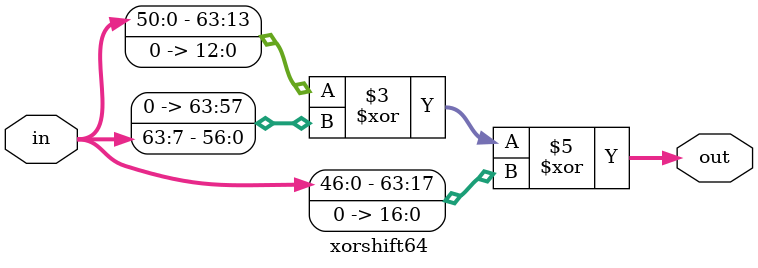
<source format=v>
module switch2(out, in, control);
    output [1:0] out;
    input  [1:0] in;
    input  control;
         
    assign out = control ? {in[0], in[1]} : {in[1], in[0]};
endmodule // switch2

module switch4(out, in, control);
    output [3:0] out;
    input  [3:0] in;
    input  [5:0] control;
         
    wire l0, l1, l2, l3;
    wire r0, r1, r2, r3;

    switch2 left1({l0, l1}, in[1:0], control[0]);
    switch2 left2({l2, l3}, in[3:2], control[1]);

    switch2 mid1({r0, r1}, {l0, l2}, control[2]);
    switch2 mid2({r2, r3}, {l1, l3}, control[3]);

    switch2 right1(out[0:1], {r0, r2}, control[4]);
    switch2 right2(out[3:2], {r1, r3}, control[5]);

endmodule // switch4

module switch8(out, in, control);
    output [7:0] out;
    input  [7:0] in;
    input  [19:0] control;
         
    wire l0, l1, l2, l3, l4, l5, l6, l7;
    wire r0, r1, r2, r3, r4, r5, r6, r7;

    switch2 left1({l0, l1}, in[1:0], control[0]);
    switch2 left2({l2, l3}, in[3:2], control[1]);
    switch2 left3({l4, l5}, in[5:4], control[2]);
    switch2 left4({l6, l7}, in[7:6], control[3]);

    switch4 mid1({r0, r1, r2, r3}, {l0, l2, l4, l6}, control[9:4]);
    switch4 mid2({r4, r5, r6, r7}, {l1, l3, l5, l7}, control[15:10]);

    switch2 right1(out[1:0], {r0, r4}, control[16]);
    switch2 right2(out[3:2], {r1, r5}, control[17]);
    switch2 right3(out[5:4], {r2, r6}, control[18]);
    switch2 right4(out[7:6], {r3, r7}, control[19]);

endmodule // switch8

module switchn(out, in, control);
    parameter
        width = 8;

    localparam nbits = width * $clog2(width) - width/2;
    localparam nbits_half = width/2 * $clog2(width/2) - width/4;
    output [width - 1:0] out;
    input  [width - 1:0] in;
    input  [(nbits-1):0] control;

    generate
    if (width == 2)
        begin
            assign out = control ? {in[0], in[1]} : {in[1], in[0]};
        end
    else
        begin
            wire [width-1:0] l;
            wire [width-1:0] r;
            
            genvar i;
            for (i = 0; i < width/2; i = i + 1) begin
                switchn #(2) left({l[i*2], l[i*2+1]}, in[i*2+1:i*2], control[i]);
            end

            wire [(width/2)-1:0] l1;
            wire [(width/2)-1:0] l2;

            for (i = 0; i < width/2; i = i + 1) begin
                assign l1[i] = l[2*i];
                assign l2[i] = l[2*i+1];
            end

            switchn #(width/2) mid1(r[width/2-1:0],       l1, control[width/2 + nbits_half - 1:width/2]);
            switchn #(width/2) mid2(r[width-1:width/2],   l2, control[width/2+2*nbits_half-1:width/2+nbits_half]);

            for (i = 0; i < width/2; i = i + 1) begin
                switchn #(2) right(out[i*2+1:i*2], {r[i], r[width/2+i]}, control[nbits - width/2 + i]);
            end
        end
    endgenerate

endmodule // switchn

module xorshift32(out, in);
    output [31:0] out;
    input  [31:0] in;
         
    assign out = (in << 13) ^ (in >> 17) ^ (in << 5);
endmodule // xorshift32

module xorshift64(out, in);
    output [63:0] out;
    input  [63:0] in;
         
    assign out = (in << 13) ^ (in >> 7) ^ (in << 17);
endmodule // xorshift64



</source>
